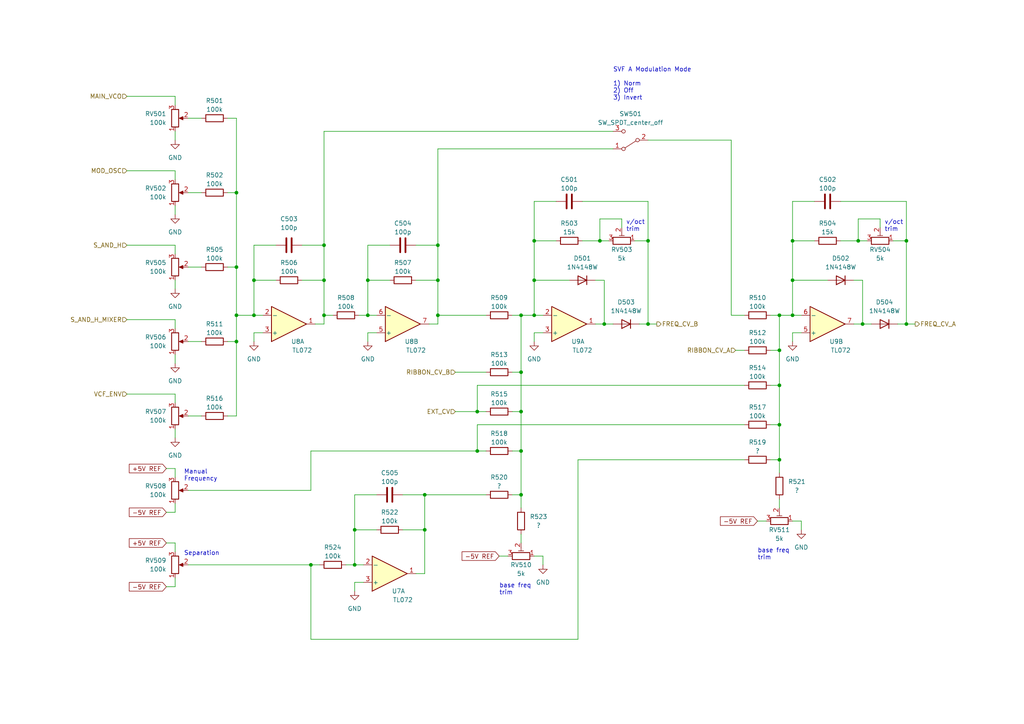
<source format=kicad_sch>
(kicad_sch (version 20211123) (generator eeschema)
  (paper "A4")
  (title_block (title "Josh Ox Ribbon Synth VCF/VCA board") (date "2022-06-16") (rev "0") (comment 1 "creativecommons.org/licenses/by/4.0/") (comment 2 "License: CC by 4.0") (comment 3 "Author: Jordan Aceto"))
  (lib_symbols
    (symbol "Amplifier_Operational:TL072" (pin_names (offset 0.127))
      (property "Reference" "U" (at 0 5.08 0))
      (property "Value" "TL072" (at 0 -5.08 0))
      (symbol "TL072_1_1"
        (polyline (pts (xy -5.08 5.08) (xy 5.08 0) (xy -5.08 -5.08) (xy -5.08 5.08)) (stroke (width 0.254)) (fill (type background)))
        (pin output line (at 7.62 0 180) (length 2.54) (name "~") (number "1"))
        (pin input line (at -7.62 -2.54 0) (length 2.54) (name "-") (number "2"))
        (pin input line (at -7.62 2.54 0) (length 2.54) (name "+") (number "3"))
      )
      (symbol "TL072_2_1"
        (polyline (pts (xy -5.08 5.08) (xy 5.08 0) (xy -5.08 -5.08) (xy -5.08 5.08)) (stroke (width 0.254)) (fill (type background)))
        (pin input line (at -7.62 2.54 0) (length 2.54) (name "+") (number "5"))
        (pin input line (at -7.62 -2.54 0) (length 2.54) (name "-") (number "6"))
        (pin output line (at 7.62 0 180) (length 2.54) (name "~") (number "7"))
      )
      (symbol "TL072_3_1"
        (pin power_in line (at -2.54 -7.62 90) (length 3.81) (name "V-") (number "4"))
        (pin power_in line (at -2.54 7.62 270) (length 3.81) (name "V+") (number "8"))
      )
    )
    (symbol "Device:C" (pin_numbers hide) (pin_names (offset 0.254))
      (property "Reference" "C" (at 0.635 2.54 0))
      (property "Value" "C" (at 0.635 -2.54 0))
      (symbol "C_0_1"
        (polyline (pts (xy -2.032 -0.762) (xy 2.032 -0.762)) (stroke (width 0.508)))
        (polyline (pts (xy -2.032 0.762) (xy 2.032 0.762)) (stroke (width 0.508)))
      )
      (symbol "C_1_1"
        (pin passive line (at 0 3.81 270) (length 2.794) (name "~") (number "1"))
        (pin passive line (at 0 -3.81 90) (length 2.794) (name "~") (number "2"))
      )
    )
    (symbol "Device:R" (pin_numbers hide) (pin_names (offset 0))
      (property "Reference" "R" (at 2.032 0 90))
      (property "Value" "R" (at 0 0 90))
      (symbol "R_0_1"
        (rectangle (start -1.016 -2.54) (end 1.016 2.54) (stroke (width 0.254)))
      )
      (symbol "R_1_1"
        (pin passive line (at 0 3.81 270) (length 1.27) (name "~") (number "1"))
        (pin passive line (at 0 -3.81 90) (length 1.27) (name "~") (number "2"))
      )
    )
    (symbol "Device:R_Potentiometer" (pin_names (offset 1.016) hide)
      (property "Reference" "RV" (at -4.445 0 90))
      (property "Value" "R_Potentiometer" (at -2.54 0 90))
      (symbol "R_Potentiometer_0_1"
        (polyline (pts (xy 2.54 0) (xy 1.524 0)))
        (polyline (pts (xy 1.143 0) (xy 2.286 0.508) (xy 2.286 -0.508) (xy 1.143 0)) (fill (type outline)))
        (rectangle (start 1.016 2.54) (end -1.016 -2.54) (stroke (width 0.254)))
      )
      (symbol "R_Potentiometer_1_1"
        (pin passive line (at 0 3.81 270) (length 1.27) (name "1") (number "1"))
        (pin passive line (at 3.81 0 180) (length 1.27) (name "2") (number "2"))
        (pin passive line (at 0 -3.81 90) (length 1.27) (name "3") (number "3"))
      )
    )
    (symbol "Device:R_Potentiometer_Trim" (pin_names (offset 1.016) hide)
      (property "Reference" "RV" (at -4.445 0 90))
      (property "Value" "R_Potentiometer_Trim" (at -2.54 0 90))
      (symbol "R_Potentiometer_Trim_0_1"
        (polyline (pts (xy 1.524 0.762) (xy 1.524 -0.762)))
        (polyline (pts (xy 2.54 0) (xy 1.524 0)))
        (rectangle (start 1.016 2.54) (end -1.016 -2.54) (stroke (width 0.254)))
      )
      (symbol "R_Potentiometer_Trim_1_1"
        (pin passive line (at 0 3.81 270) (length 1.27) (name "1") (number "1"))
        (pin passive line (at 3.81 0 180) (length 1.27) (name "2") (number "2"))
        (pin passive line (at 0 -3.81 90) (length 1.27) (name "3") (number "3"))
      )
    )
    (symbol "Diode:1N4148W" (pin_numbers hide) (pin_names (offset 1.016) hide)
      (property "Reference" "D" (at 0 2.54 0))
      (property "Value" "1N4148W" (at 0 -2.54 0))
      (symbol "1N4148W_0_1"
        (polyline (pts (xy -1.27 1.27) (xy -1.27 -1.27)) (stroke (width 0.254)))
        (polyline (pts (xy 1.27 0) (xy -1.27 0)))
        (polyline (pts (xy 1.27 1.27) (xy 1.27 -1.27) (xy -1.27 0) (xy 1.27 1.27)) (stroke (width 0.254)))
      )
      (symbol "1N4148W_1_1"
        (pin passive line (at -3.81 0 0) (length 2.54) (name "K") (number "1"))
        (pin passive line (at 3.81 0 180) (length 2.54) (name "A") (number "2"))
      )
    )
    (symbol "Switch:SW_SPDT" (pin_names (offset 0) hide)
      (property "Reference" "SW" (at 0 4.318 0))
      (property "Value" "SW_SPDT" (at 0 -5.08 0))
      (symbol "SW_SPDT_0_0"
        (circle (center -2.032 0) (radius 0.508))
        (circle (center 2.032 -2.54) (radius 0.508))
      )
      (symbol "SW_SPDT_0_1"
        (polyline (pts (xy -1.524 0.254) (xy 1.651 2.286)))
        (circle (center 2.032 2.54) (radius 0.508))
      )
      (symbol "SW_SPDT_1_1"
        (pin passive line (at 5.08 2.54 180) (length 2.54) (name "A") (number "1"))
        (pin passive line (at -5.08 0 0) (length 2.54) (name "B") (number "2"))
        (pin passive line (at 5.08 -2.54 180) (length 2.54) (name "C") (number "3"))
      )
    )
    (symbol "power:GND" (power) (pin_names (offset 0))
      (property "Value" "GND" (at 0 -3.81 0))
      (symbol "GND_0_1"
        (polyline (pts (xy 0 0) (xy 0 -1.27) (xy 1.27 -1.27) (xy 0 -2.54) (xy -1.27 -1.27) (xy 0 -1.27)))
      )
      (symbol "GND_1_1"
        (pin power_in line (at 0 0 270) (length 0) hide (name "GND") (number "1"))
      )
    )
  )
  (junction (at 250.19 93.98))
  (junction (at 68.58 91.44))
  (junction (at 151.13 119.38))
  (junction (at 187.96 69.85))
  (junction (at 93.98 81.28))
  (junction (at 226.06 133.35))
  (junction (at 187.96 93.98))
  (junction (at 226.06 91.44))
  (junction (at 175.26 93.98))
  (junction (at 229.87 81.28))
  (junction (at 102.87 163.83))
  (junction (at 68.58 55.88))
  (junction (at 226.06 101.6))
  (junction (at 123.19 153.67))
  (junction (at 127 71.12))
  (junction (at 262.89 69.85))
  (junction (at 123.19 143.51))
  (junction (at 151.13 91.44))
  (junction (at 73.66 81.28))
  (junction (at 90.17 163.83))
  (junction (at 229.87 91.44))
  (junction (at 127 91.44))
  (junction (at 151.13 143.51))
  (junction (at 68.58 77.47))
  (junction (at 154.94 69.85))
  (junction (at 73.66 91.44))
  (junction (at 102.87 153.67))
  (junction (at 106.68 81.28))
  (junction (at 93.98 71.12))
  (junction (at 138.43 130.81))
  (junction (at 127 81.28))
  (junction (at 226.06 123.19))
  (junction (at 93.98 91.44))
  (junction (at 154.94 91.44))
  (junction (at 154.94 81.28))
  (junction (at 68.58 99.06))
  (junction (at 138.43 119.38))
  (junction (at 248.92 69.85))
  (junction (at 151.13 130.81))
  (junction (at 226.06 111.76))
  (junction (at 106.68 91.44))
  (junction (at 173.99 69.85))
  (junction (at 151.13 107.95))
  (junction (at 229.87 69.85))
  (junction (at 262.89 93.98))
  (wire (pts (xy 148.59 143.51) (xy 151.13 143.51)))
  (wire (pts (xy 138.43 119.38) (xy 138.43 111.76)))
  (wire (pts (xy 229.87 81.28) (xy 240.03 81.28)))
  (wire (pts (xy 175.26 81.28) (xy 172.72 81.28)))
  (wire (pts (xy 109.22 91.44) (xy 106.68 91.44)))
  (wire (pts (xy 109.22 143.51) (xy 102.87 143.51)))
  (wire (pts (xy 50.8 135.89) (xy 50.8 138.43)))
  (wire (pts (xy 151.13 91.44) (xy 151.13 107.95)))
  (wire (pts (xy 50.8 127) (xy 50.8 124.46)))
  (wire (pts (xy 138.43 111.76) (xy 215.9 111.76)))
  (wire (pts (xy 90.17 142.24) (xy 90.17 130.81)))
  (wire (pts (xy 248.92 63.5) (xy 248.92 69.85)))
  (wire (pts (xy 157.48 163.83) (xy 157.48 161.29)))
  (wire (pts (xy 262.89 93.98) (xy 262.89 69.85)))
  (wire (pts (xy 90.17 185.42) (xy 167.64 185.42)))
  (wire (pts (xy 154.94 58.42) (xy 154.94 69.85)))
  (wire (pts (xy 36.83 71.12) (xy 50.8 71.12)))
  (wire (pts (xy 93.98 91.44) (xy 93.98 81.28)))
  (wire (pts (xy 124.46 93.98) (xy 127 93.98)))
  (wire (pts (xy 223.52 111.76) (xy 226.06 111.76)))
  (wire (pts (xy 73.66 71.12) (xy 73.66 81.28)))
  (wire (pts (xy 50.8 105.41) (xy 50.8 102.87)))
  (wire (pts (xy 50.8 49.53) (xy 50.8 52.07)))
  (wire (pts (xy 138.43 123.19) (xy 215.9 123.19)))
  (wire (pts (xy 73.66 96.52) (xy 76.2 96.52)))
  (wire (pts (xy 248.92 69.85) (xy 243.84 69.85)))
  (wire (pts (xy 48.26 157.48) (xy 50.8 157.48)))
  (wire (pts (xy 54.61 120.65) (xy 58.42 120.65)))
  (wire (pts (xy 173.99 63.5) (xy 173.99 69.85)))
  (wire (pts (xy 50.8 62.23) (xy 50.8 59.69)))
  (wire (pts (xy 113.03 71.12) (xy 106.68 71.12)))
  (wire (pts (xy 175.26 93.98) (xy 175.26 81.28)))
  (wire (pts (xy 50.8 157.48) (xy 50.8 160.02)))
  (wire (pts (xy 229.87 96.52) (xy 232.41 96.52)))
  (wire (pts (xy 168.91 58.42) (xy 187.96 58.42)))
  (wire (pts (xy 226.06 101.6) (xy 226.06 111.76)))
  (wire (pts (xy 236.22 58.42) (xy 229.87 58.42)))
  (wire (pts (xy 93.98 81.28) (xy 87.63 81.28)))
  (wire (pts (xy 177.8 43.18) (xy 127 43.18)))
  (wire (pts (xy 104.14 91.44) (xy 106.68 91.44)))
  (wire (pts (xy 54.61 34.29) (xy 58.42 34.29)))
  (wire (pts (xy 226.06 91.44) (xy 229.87 91.44)))
  (wire (pts (xy 177.8 38.1) (xy 93.98 38.1)))
  (wire (pts (xy 255.27 66.04) (xy 255.27 63.5)))
  (wire (pts (xy 50.8 71.12) (xy 50.8 73.66)))
  (wire (pts (xy 262.89 69.85) (xy 259.08 69.85)))
  (wire (pts (xy 232.41 153.67) (xy 232.41 151.13)))
  (wire (pts (xy 76.2 91.44) (xy 73.66 91.44)))
  (wire (pts (xy 127 91.44) (xy 127 81.28)))
  (wire (pts (xy 48.26 170.18) (xy 50.8 170.18)))
  (wire (pts (xy 173.99 69.85) (xy 168.91 69.85)))
  (wire (pts (xy 232.41 91.44) (xy 229.87 91.44)))
  (wire (pts (xy 50.8 170.18) (xy 50.8 167.64)))
  (wire (pts (xy 226.06 91.44) (xy 223.52 91.44)))
  (wire (pts (xy 180.34 66.04) (xy 180.34 63.5)))
  (wire (pts (xy 66.04 120.65) (xy 68.58 120.65)))
  (wire (pts (xy 50.8 83.82) (xy 50.8 81.28)))
  (wire (pts (xy 106.68 71.12) (xy 106.68 81.28)))
  (wire (pts (xy 66.04 99.06) (xy 68.58 99.06)))
  (wire (pts (xy 123.19 153.67) (xy 116.84 153.67)))
  (wire (pts (xy 229.87 81.28) (xy 229.87 91.44)))
  (wire (pts (xy 187.96 93.98) (xy 187.96 69.85)))
  (wire (pts (xy 250.19 81.28) (xy 247.65 81.28)))
  (wire (pts (xy 226.06 123.19) (xy 226.06 133.35)))
  (wire (pts (xy 154.94 69.85) (xy 161.29 69.85)))
  (wire (pts (xy 102.87 168.91) (xy 105.41 168.91)))
  (wire (pts (xy 229.87 69.85) (xy 229.87 81.28)))
  (wire (pts (xy 73.66 99.06) (xy 73.66 96.52)))
  (wire (pts (xy 54.61 142.24) (xy 90.17 142.24)))
  (wire (pts (xy 175.26 93.98) (xy 177.8 93.98)))
  (wire (pts (xy 226.06 133.35) (xy 226.06 137.16)))
  (wire (pts (xy 243.84 58.42) (xy 262.89 58.42)))
  (wire (pts (xy 127 93.98) (xy 127 91.44)))
  (wire (pts (xy 102.87 171.45) (xy 102.87 168.91)))
  (wire (pts (xy 120.65 166.37) (xy 123.19 166.37)))
  (wire (pts (xy 90.17 163.83) (xy 92.71 163.83)))
  (wire (pts (xy 229.87 99.06) (xy 229.87 96.52)))
  (wire (pts (xy 172.72 93.98) (xy 175.26 93.98)))
  (wire (pts (xy 102.87 163.83) (xy 102.87 153.67)))
  (wire (pts (xy 48.26 148.59) (xy 50.8 148.59)))
  (wire (pts (xy 87.63 71.12) (xy 93.98 71.12)))
  (wire (pts (xy 132.08 119.38) (xy 138.43 119.38)))
  (wire (pts (xy 154.94 69.85) (xy 154.94 81.28)))
  (wire (pts (xy 91.44 93.98) (xy 93.98 93.98)))
  (wire (pts (xy 185.42 93.98) (xy 187.96 93.98)))
  (wire (pts (xy 262.89 58.42) (xy 262.89 69.85)))
  (wire (pts (xy 93.98 91.44) (xy 96.52 91.44)))
  (wire (pts (xy 90.17 163.83) (xy 90.17 185.42)))
  (wire (pts (xy 151.13 91.44) (xy 148.59 91.44)))
  (wire (pts (xy 215.9 91.44) (xy 212.09 91.44)))
  (wire (pts (xy 106.68 91.44) (xy 106.68 81.28)))
  (wire (pts (xy 106.68 96.52) (xy 109.22 96.52)))
  (wire (pts (xy 148.59 119.38) (xy 151.13 119.38)))
  (wire (pts (xy 127 43.18) (xy 127 71.12)))
  (wire (pts (xy 167.64 185.42) (xy 167.64 133.35)))
  (wire (pts (xy 223.52 133.35) (xy 226.06 133.35)))
  (wire (pts (xy 212.09 91.44) (xy 212.09 40.64)))
  (wire (pts (xy 106.68 99.06) (xy 106.68 96.52)))
  (wire (pts (xy 66.04 55.88) (xy 68.58 55.88)))
  (wire (pts (xy 255.27 63.5) (xy 248.92 63.5)))
  (wire (pts (xy 127 71.12) (xy 127 81.28)))
  (wire (pts (xy 151.13 119.38) (xy 151.13 130.81)))
  (wire (pts (xy 127 91.44) (xy 140.97 91.44)))
  (wire (pts (xy 68.58 34.29) (xy 66.04 34.29)))
  (wire (pts (xy 105.41 163.83) (xy 102.87 163.83)))
  (wire (pts (xy 187.96 69.85) (xy 184.15 69.85)))
  (wire (pts (xy 93.98 38.1) (xy 93.98 71.12)))
  (wire (pts (xy 232.41 151.13) (xy 229.87 151.13)))
  (wire (pts (xy 180.34 63.5) (xy 173.99 63.5)))
  (wire (pts (xy 151.13 91.44) (xy 154.94 91.44)))
  (wire (pts (xy 54.61 99.06) (xy 58.42 99.06)))
  (wire (pts (xy 93.98 71.12) (xy 93.98 81.28)))
  (wire (pts (xy 50.8 40.64) (xy 50.8 38.1)))
  (wire (pts (xy 148.59 107.95) (xy 151.13 107.95)))
  (wire (pts (xy 132.08 107.95) (xy 140.97 107.95)))
  (wire (pts (xy 151.13 154.94) (xy 151.13 157.48)))
  (wire (pts (xy 48.26 135.89) (xy 50.8 135.89)))
  (wire (pts (xy 154.94 81.28) (xy 165.1 81.28)))
  (wire (pts (xy 148.59 130.81) (xy 151.13 130.81)))
  (wire (pts (xy 223.52 101.6) (xy 226.06 101.6)))
  (wire (pts (xy 226.06 144.78) (xy 226.06 147.32)))
  (wire (pts (xy 151.13 130.81) (xy 151.13 143.51)))
  (wire (pts (xy 229.87 58.42) (xy 229.87 69.85)))
  (wire (pts (xy 68.58 120.65) (xy 68.58 99.06)))
  (wire (pts (xy 226.06 91.44) (xy 226.06 101.6)))
  (wire (pts (xy 36.83 49.53) (xy 50.8 49.53)))
  (wire (pts (xy 54.61 77.47) (xy 58.42 77.47)))
  (wire (pts (xy 102.87 153.67) (xy 109.22 153.67)))
  (wire (pts (xy 36.83 114.3) (xy 50.8 114.3)))
  (wire (pts (xy 73.66 91.44) (xy 73.66 81.28)))
  (wire (pts (xy 138.43 130.81) (xy 138.43 123.19)))
  (wire (pts (xy 223.52 123.19) (xy 226.06 123.19)))
  (wire (pts (xy 116.84 143.51) (xy 123.19 143.51)))
  (wire (pts (xy 68.58 91.44) (xy 73.66 91.44)))
  (wire (pts (xy 226.06 111.76) (xy 226.06 123.19)))
  (wire (pts (xy 50.8 92.71) (xy 50.8 95.25)))
  (wire (pts (xy 161.29 58.42) (xy 154.94 58.42)))
  (wire (pts (xy 138.43 119.38) (xy 140.97 119.38)))
  (wire (pts (xy 247.65 93.98) (xy 250.19 93.98)))
  (wire (pts (xy 50.8 114.3) (xy 50.8 116.84)))
  (wire (pts (xy 120.65 71.12) (xy 127 71.12)))
  (wire (pts (xy 123.19 143.51) (xy 140.97 143.51)))
  (wire (pts (xy 157.48 91.44) (xy 154.94 91.44)))
  (wire (pts (xy 90.17 130.81) (xy 138.43 130.81)))
  (wire (pts (xy 154.94 96.52) (xy 157.48 96.52)))
  (wire (pts (xy 127 81.28) (xy 120.65 81.28)))
  (wire (pts (xy 100.33 163.83) (xy 102.87 163.83)))
  (wire (pts (xy 213.36 101.6) (xy 215.9 101.6)))
  (wire (pts (xy 73.66 81.28) (xy 80.01 81.28)))
  (wire (pts (xy 68.58 55.88) (xy 68.58 34.29)))
  (wire (pts (xy 54.61 55.88) (xy 58.42 55.88)))
  (wire (pts (xy 212.09 40.64) (xy 187.96 40.64)))
  (wire (pts (xy 36.83 92.71) (xy 50.8 92.71)))
  (wire (pts (xy 262.89 93.98) (xy 265.43 93.98)))
  (wire (pts (xy 219.71 151.13) (xy 222.25 151.13)))
  (wire (pts (xy 154.94 81.28) (xy 154.94 91.44)))
  (wire (pts (xy 80.01 71.12) (xy 73.66 71.12)))
  (wire (pts (xy 250.19 93.98) (xy 252.73 93.98)))
  (wire (pts (xy 123.19 143.51) (xy 123.19 153.67)))
  (wire (pts (xy 176.53 69.85) (xy 173.99 69.85)))
  (wire (pts (xy 151.13 143.51) (xy 151.13 147.32)))
  (wire (pts (xy 187.96 93.98) (xy 190.5 93.98)))
  (wire (pts (xy 66.04 77.47) (xy 68.58 77.47)))
  (wire (pts (xy 154.94 99.06) (xy 154.94 96.52)))
  (wire (pts (xy 106.68 81.28) (xy 113.03 81.28)))
  (wire (pts (xy 68.58 77.47) (xy 68.58 91.44)))
  (wire (pts (xy 144.78 161.29) (xy 147.32 161.29)))
  (wire (pts (xy 187.96 58.42) (xy 187.96 69.85)))
  (wire (pts (xy 157.48 161.29) (xy 154.94 161.29)))
  (wire (pts (xy 50.8 148.59) (xy 50.8 146.05)))
  (wire (pts (xy 54.61 163.83) (xy 90.17 163.83)))
  (wire (pts (xy 260.35 93.98) (xy 262.89 93.98)))
  (wire (pts (xy 123.19 153.67) (xy 123.19 166.37)))
  (wire (pts (xy 138.43 130.81) (xy 140.97 130.81)))
  (wire (pts (xy 50.8 27.94) (xy 50.8 30.48)))
  (wire (pts (xy 102.87 143.51) (xy 102.87 153.67)))
  (wire (pts (xy 36.83 27.94) (xy 50.8 27.94)))
  (wire (pts (xy 151.13 107.95) (xy 151.13 119.38)))
  (wire (pts (xy 251.46 69.85) (xy 248.92 69.85)))
  (wire (pts (xy 167.64 133.35) (xy 215.9 133.35)))
  (wire (pts (xy 68.58 91.44) (xy 68.58 99.06)))
  (wire (pts (xy 93.98 93.98) (xy 93.98 91.44)))
  (wire (pts (xy 250.19 93.98) (xy 250.19 81.28)))
  (wire (pts (xy 68.58 77.47) (xy 68.58 55.88)))
  (wire (pts (xy 229.87 69.85) (xy 236.22 69.85)))
  (text "Manual \nFrequency" (at 53.34 139.7 0) (effects (font (size 1.27 1.27)) (justify left bottom)))
  (text "SVF A Modulation Mode\n\n1) Norm\n2) Off\n3) Invert" (at 177.8 29.21 0) (effects (font (size 1.27 1.27)) (justify left bottom)))
  (text "Separation" (at 53.34 161.29 0) (effects (font (size 1.27 1.27)) (justify left bottom)))
  (text "base freq\ntrim" (at 144.78 172.72 0) (effects (font (size 1.27 1.27)) (justify left bottom)))
  (text "base freq\ntrim" (at 219.71 162.56 0) (effects (font (size 1.27 1.27)) (justify left bottom)))
  (text "v/oct \ntrim" (at 256.54 67.31 0) (effects (font (size 1.27 1.27)) (justify left bottom)))
  (text "v/oct \ntrim" (at 181.61 67.31 0) (effects (font (size 1.27 1.27)) (justify left bottom)))
  (global_label "-5V REF" (shape input) (at 48.26 148.59 180) (property "Intersheet References" "${INTERSHEET_REFS}" (effects hide)))
  (global_label "-5V REF" (shape input) (at 48.26 170.18 180) (property "Intersheet References" "${INTERSHEET_REFS}" (effects hide)))
  (global_label "-5V REF" (shape input) (at 144.78 161.29 180) (property "Intersheet References" "${INTERSHEET_REFS}" (effects hide)))
  (global_label "+5V REF" (shape input) (at 48.26 157.48 180) (property "Intersheet References" "${INTERSHEET_REFS}" (effects hide)))
  (global_label "-5V REF" (shape input) (at 219.71 151.13 180) (property "Intersheet References" "${INTERSHEET_REFS}" (effects hide)))
  (global_label "+5V REF" (shape input) (at 48.26 135.89 180) (property "Intersheet References" "${INTERSHEET_REFS}" (effects hide)))
  (hierarchical_label "RIBBON_CV_A" (shape input) (at 213.36 101.6 180))
  (hierarchical_label "EXT_CV" (shape input) (at 132.08 119.38 180))
  (hierarchical_label "VCF_ENV" (shape input) (at 36.83 114.3 180))
  (hierarchical_label "MAIN_VCO" (shape input) (at 36.83 27.94 180))
  (hierarchical_label "FREQ_CV_A" (shape output) (at 265.43 93.98 0))
  (hierarchical_label "S_AND_H_MIXER" (shape input) (at 36.83 92.71 180))
  (hierarchical_label "MOD_OSC" (shape input) (at 36.83 49.53 180))
  (hierarchical_label "S_AND_H" (shape input) (at 36.83 71.12 180))
  (hierarchical_label "RIBBON_CV_B" (shape input) (at 132.08 107.95 180))
  (hierarchical_label "FREQ_CV_B" (shape output) (at 190.5 93.98 0))
  (symbol (lib_id "power:GND") (at 229.87 99.06 0) (unit 1)
    (property "Reference" "#PWR0407" (effects hide))
    (property "Value" "GND" (at 229.87 104.14 0))
  )
  (symbol (lib_id "Device:C") (at 116.84 71.12 90) (unit 1)
    (property "Reference" "C504" (at 116.84 64.77 90))
    (property "Value" "100p" (at 116.84 67.31 90))
    (property "Footprint" "Capacitor_SMD:C_0805_2012Metric" (effects hide))
  )
  (symbol (lib_id "Device:C") (at 83.82 71.12 90) (unit 1)
    (property "Reference" "C503" (at 83.82 63.5 90))
    (property "Value" "100p" (at 83.82 66.04 90))
    (property "Footprint" "Capacitor_SMD:C_0805_2012Metric" (effects hide))
  )
  (symbol (lib_id "power:GND") (at 50.8 105.41 0) (unit 1)
    (property "Reference" "#PWR0408" (effects hide))
    (property "Value" "GND" (at 50.8 110.49 0))
  )
  (symbol (lib_id "power:GND") (at 50.8 127 0) (unit 1)
    (property "Reference" "#PWR0409" (effects hide))
    (property "Value" "GND" (at 50.8 132.08 0))
  )
  (symbol (lib_id "Device:C") (at 240.03 58.42 90) (unit 1)
    (property "Reference" "C502" (at 240.03 52.07 90))
    (property "Value" "100p" (at 240.03 54.61 90))
    (property "Footprint" "Capacitor_SMD:C_0805_2012Metric" (effects hide))
  )
  (symbol (lib_id "Device:R") (at 165.1 69.85 90) (unit 1)
    (property "Reference" "R503" (at 165.1 64.77 90))
    (property "Value" "15k" (at 165.1 67.31 90))
    (property "Footprint" "Resistor_SMD:R_0805_2012Metric" (effects hide))
  )
  (symbol (lib_id "Device:R") (at 62.23 34.29 90) (unit 1)
    (property "Reference" "R501" (at 62.23 29.21 90))
    (property "Value" "100k" (at 62.23 31.75 90))
    (property "Footprint" "Resistor_SMD:R_0805_2012Metric" (effects hide))
  )
  (symbol (lib_id "Device:R") (at 219.71 133.35 90) (unit 1)
    (property "Reference" "R519" (at 219.71 128.27 90))
    (property "Value" "?" (at 219.71 130.81 90))
    (property "Footprint" "Resistor_SMD:R_0805_2012Metric" (effects hide))
  )
  (symbol (lib_id "Device:R_Potentiometer") (at 50.8 163.83 0) (mirror x) (unit 1)
    (property "Reference" "RV509" (at 48.26 162.5599 0) (effects (justify right)))
    (property "Value" "100k" (at 48.26 165.0999 0) (effects (justify right)))
    (property "Footprint" "Potentiometer_THT:Potentiometer_Alpha_RD901F-40-00D_Single_Vertical" (effects hide))
  )
  (symbol (lib_id "Device:R_Potentiometer") (at 50.8 99.06 0) (mirror x) (unit 1)
    (property "Reference" "RV506" (at 48.26 97.7899 0) (effects (justify right)))
    (property "Value" "100k" (at 48.26 100.3299 0) (effects (justify right)))
    (property "Footprint" "Potentiometer_THT:Potentiometer_Alpha_RD901F-40-00D_Single_Vertical" (effects hide))
  )
  (symbol (lib_id "Device:R") (at 62.23 99.06 90) (unit 1)
    (property "Reference" "R511" (at 62.23 93.98 90))
    (property "Value" "100k" (at 62.23 96.52 90))
    (property "Footprint" "Resistor_SMD:R_0805_2012Metric" (effects hide))
  )
  (symbol (lib_id "power:GND") (at 50.8 62.23 0) (unit 1)
    (property "Reference" "#PWR0402" (effects hide))
    (property "Value" "GND" (at 50.8 67.31 0))
  )
  (symbol (lib_id "Amplifier_Operational:TL072") (at 165.1 93.98 0) (mirror x) (unit 1)
    (property "Reference" "U9" (at 167.64 99.06 0))
    (property "Value" "TL072" (at 168.91 101.6 0))
    (property "Footprint" "Package_SO:SO-8_5.3x6.2mm_P1.27mm" (effects hide))
    (property "Datasheet" "http://www.ti.com/lit/ds/symlink/tl071.pdf" (effects hide))
  )
  (symbol (lib_id "Amplifier_Operational:TL072") (at 83.82 93.98 0) (mirror x) (unit 1)
    (property "Reference" "U8" (at 86.36 99.06 0))
    (property "Value" "TL072" (at 87.63 101.6 0))
    (property "Footprint" "Package_SO:SO-8_5.3x6.2mm_P1.27mm" (effects hide))
    (property "Datasheet" "http://www.ti.com/lit/ds/symlink/tl071.pdf" (effects hide))
  )
  (symbol (lib_id "Device:R_Potentiometer") (at 50.8 34.29 0) (mirror x) (unit 1)
    (property "Reference" "RV501" (at 48.26 33.0199 0) (effects (justify right)))
    (property "Value" "100k" (at 48.26 35.5599 0) (effects (justify right)))
    (property "Footprint" "Potentiometer_THT:Potentiometer_Alpha_RD901F-40-00D_Single_Vertical" (effects hide))
  )
  (symbol (lib_id "Device:R") (at 113.03 153.67 90) (unit 1)
    (property "Reference" "R522" (at 113.03 148.59 90))
    (property "Value" "100k" (at 113.03 151.13 90))
    (property "Footprint" "Resistor_SMD:R_0805_2012Metric" (effects hide))
  )
  (symbol (lib_id "Device:R") (at 62.23 77.47 90) (unit 1)
    (property "Reference" "R505" (at 62.23 72.39 90))
    (property "Value" "100k" (at 62.23 74.93 90))
    (property "Footprint" "Resistor_SMD:R_0805_2012Metric" (effects hide))
  )
  (symbol (lib_id "Device:R") (at 219.71 123.19 90) (unit 1)
    (property "Reference" "R517" (at 219.71 118.11 90))
    (property "Value" "100k" (at 219.71 120.65 90))
    (property "Footprint" "Resistor_SMD:R_0805_2012Metric" (effects hide))
  )
  (symbol (lib_id "Diode:1N4148W") (at 168.91 81.28 180) (unit 1)
    (property "Reference" "D501" (at 168.91 74.93 0))
    (property "Value" "1N4148W" (at 168.91 77.47 0))
    (property "Footprint" "Diode_SMD:D_SOD-123" (effects hide))
    (property "Datasheet" "https://www.vishay.com/docs/85748/1n4148w.pdf" (effects hide))
  )
  (symbol (lib_id "power:GND") (at 50.8 40.64 0) (unit 1)
    (property "Reference" "#PWR0401" (effects hide))
    (property "Value" "GND" (at 50.8 45.72 0))
  )
  (symbol (lib_id "Device:R_Potentiometer_Trim") (at 151.13 161.29 270) (mirror x) (unit 1)
    (property "Reference" "RV510" (at 151.13 163.83 90))
    (property "Value" "5k" (at 151.13 166.37 90))
    (property "Footprint" "Potentiometer_THT:Potentiometer_Bourns_3296W_Vertical" (effects hide))
  )
  (symbol (lib_id "Device:C") (at 113.03 143.51 90) (unit 1)
    (property "Reference" "C505" (at 113.03 137.16 90))
    (property "Value" "100p" (at 113.03 139.7 90))
    (property "Footprint" "Capacitor_SMD:C_0805_2012Metric" (effects hide))
  )
  (symbol (lib_id "Device:R") (at 151.13 151.13 180) (unit 1)
    (property "Reference" "R523" (at 156.21 149.86 0))
    (property "Value" "?" (at 156.21 152.4 0))
    (property "Footprint" "Resistor_SMD:R_0805_2012Metric" (effects hide))
  )
  (symbol (lib_id "Device:R") (at 144.78 130.81 90) (unit 1)
    (property "Reference" "R518" (at 144.78 125.73 90))
    (property "Value" "100k" (at 144.78 128.27 90))
    (property "Footprint" "Resistor_SMD:R_0805_2012Metric" (effects hide))
  )
  (symbol (lib_id "Device:R") (at 219.71 111.76 90) (unit 1)
    (property "Reference" "R514" (at 219.71 106.68 90))
    (property "Value" "100k" (at 219.71 109.22 90))
    (property "Footprint" "Resistor_SMD:R_0805_2012Metric" (effects hide))
  )
  (symbol (lib_id "Device:R") (at 116.84 81.28 90) (unit 1)
    (property "Reference" "R507" (at 116.84 76.2 90))
    (property "Value" "100k" (at 116.84 78.74 90))
    (property "Footprint" "Resistor_SMD:R_0805_2012Metric" (effects hide))
  )
  (symbol (lib_id "power:GND") (at 106.68 99.06 0) (unit 1)
    (property "Reference" "#PWR0405" (effects hide))
    (property "Value" "GND" (at 106.68 104.14 0))
  )
  (symbol (lib_id "Switch:SW_SPDT") (at 182.88 40.64 180) (unit 1)
    (property "Reference" "SW501" (at 182.88 33.02 0))
    (property "Value" "SW_SPDT_center_off" (at 182.88 35.56 0))
    (property "Footprint" "custom_footprints:SPDT_mini_toggle" (effects hide))
  )
  (symbol (lib_id "Diode:1N4148W") (at 256.54 93.98 180) (unit 1)
    (property "Reference" "D504" (at 256.54 87.63 0))
    (property "Value" "1N4148W" (at 256.54 90.17 0))
    (property "Footprint" "Diode_SMD:D_SOD-123" (effects hide))
    (property "Datasheet" "https://www.vishay.com/docs/85748/1n4148w.pdf" (effects hide))
  )
  (symbol (lib_id "Device:R") (at 226.06 140.97 180) (unit 1)
    (property "Reference" "R521" (at 231.14 139.7 0))
    (property "Value" "?" (at 231.14 142.24 0))
    (property "Footprint" "Resistor_SMD:R_0805_2012Metric" (effects hide))
  )
  (symbol (lib_id "Device:R_Potentiometer") (at 50.8 120.65 0) (mirror x) (unit 1)
    (property "Reference" "RV507" (at 48.26 119.3799 0) (effects (justify right)))
    (property "Value" "100k" (at 48.26 121.9199 0) (effects (justify right)))
    (property "Footprint" "Potentiometer_THT:Potentiometer_Alpha_RD901F-40-00D_Single_Vertical" (effects hide))
  )
  (symbol (lib_id "Device:R") (at 144.78 107.95 90) (unit 1)
    (property "Reference" "R513" (at 144.78 102.87 90))
    (property "Value" "100k" (at 144.78 105.41 90))
    (property "Footprint" "Resistor_SMD:R_0805_2012Metric" (effects hide))
  )
  (symbol (lib_id "Device:R") (at 83.82 81.28 90) (unit 1)
    (property "Reference" "R506" (at 83.82 76.2 90))
    (property "Value" "100k" (at 83.82 78.74 90))
    (property "Footprint" "Resistor_SMD:R_0805_2012Metric" (effects hide))
  )
  (symbol (lib_id "Amplifier_Operational:TL072") (at 116.84 93.98 0) (mirror x) (unit 2)
    (property "Reference" "U8" (at 119.38 99.06 0))
    (property "Value" "TL072" (at 120.65 101.6 0))
    (property "Footprint" "Package_SO:SO-8_5.3x6.2mm_P1.27mm" (effects hide))
    (property "Datasheet" "http://www.ti.com/lit/ds/symlink/tl071.pdf" (effects hide))
  )
  (symbol (lib_id "Device:R") (at 144.78 119.38 90) (unit 1)
    (property "Reference" "R515" (at 144.78 114.3 90))
    (property "Value" "100k" (at 144.78 116.84 90))
    (property "Footprint" "Resistor_SMD:R_0805_2012Metric" (effects hide))
  )
  (symbol (lib_id "power:GND") (at 102.87 171.45 0) (unit 1)
    (property "Reference" "#PWR0410" (effects hide))
    (property "Value" "GND" (at 102.87 176.53 0))
  )
  (symbol (lib_id "Device:R_Potentiometer") (at 50.8 55.88 0) (mirror x) (unit 1)
    (property "Reference" "RV502" (at 48.26 54.6099 0) (effects (justify right)))
    (property "Value" "100k" (at 48.26 57.1499 0) (effects (justify right)))
    (property "Footprint" "Potentiometer_THT:Potentiometer_Alpha_RD901F-40-00D_Single_Vertical" (effects hide))
  )
  (symbol (lib_id "Device:R") (at 100.33 91.44 90) (unit 1)
    (property "Reference" "R508" (at 100.33 86.36 90))
    (property "Value" "100k" (at 100.33 88.9 90))
    (property "Footprint" "Resistor_SMD:R_0805_2012Metric" (effects hide))
  )
  (symbol (lib_id "Device:R") (at 144.78 143.51 90) (unit 1)
    (property "Reference" "R520" (at 144.78 138.43 90))
    (property "Value" "?" (at 144.78 140.97 90))
    (property "Footprint" "Resistor_SMD:R_0805_2012Metric" (effects hide))
  )
  (symbol (lib_id "Device:R_Potentiometer_Trim") (at 226.06 151.13 270) (mirror x) (unit 1)
    (property "Reference" "RV511" (at 226.06 153.67 90))
    (property "Value" "5k" (at 226.06 156.21 90))
    (property "Footprint" "Potentiometer_THT:Potentiometer_Bourns_3296W_Vertical" (effects hide))
  )
  (symbol (lib_id "Device:R") (at 144.78 91.44 90) (unit 1)
    (property "Reference" "R509" (at 144.78 86.36 90))
    (property "Value" "100k" (at 144.78 88.9 90))
    (property "Footprint" "Resistor_SMD:R_0805_2012Metric" (effects hide))
  )
  (symbol (lib_id "power:GND") (at 157.48 163.83 0) (mirror y) (unit 1)
    (property "Reference" "#PWR0411" (effects hide))
    (property "Value" "GND" (at 157.48 168.91 0))
  )
  (symbol (lib_id "Device:R") (at 219.71 101.6 90) (unit 1)
    (property "Reference" "R512" (at 219.71 96.52 90))
    (property "Value" "100k" (at 219.71 99.06 90))
    (property "Footprint" "Resistor_SMD:R_0805_2012Metric" (effects hide))
  )
  (symbol (lib_id "Device:R") (at 62.23 120.65 90) (unit 1)
    (property "Reference" "R516" (at 62.23 115.57 90))
    (property "Value" "100k" (at 62.23 118.11 90))
    (property "Footprint" "Resistor_SMD:R_0805_2012Metric" (effects hide))
  )
  (symbol (lib_id "Diode:1N4148W") (at 243.84 81.28 180) (unit 1)
    (property "Reference" "D502" (at 243.84 74.93 0))
    (property "Value" "1N4148W" (at 243.84 77.47 0))
    (property "Footprint" "Diode_SMD:D_SOD-123" (effects hide))
    (property "Datasheet" "https://www.vishay.com/docs/85748/1n4148w.pdf" (effects hide))
  )
  (symbol (lib_id "Device:R") (at 96.52 163.83 90) (unit 1)
    (property "Reference" "R524" (at 96.52 158.75 90))
    (property "Value" "100k" (at 96.52 161.29 90))
    (property "Footprint" "Resistor_SMD:R_0805_2012Metric" (effects hide))
  )
  (symbol (lib_id "power:GND") (at 154.94 99.06 0) (unit 1)
    (property "Reference" "#PWR0406" (effects hide))
    (property "Value" "GND" (at 154.94 104.14 0))
  )
  (symbol (lib_id "Diode:1N4148W") (at 181.61 93.98 180) (unit 1)
    (property "Reference" "D503" (at 181.61 87.63 0))
    (property "Value" "1N4148W" (at 181.61 90.17 0))
    (property "Footprint" "Diode_SMD:D_SOD-123" (effects hide))
    (property "Datasheet" "https://www.vishay.com/docs/85748/1n4148w.pdf" (effects hide))
  )
  (symbol (lib_id "Device:R_Potentiometer_Trim") (at 180.34 69.85 270) (mirror x) (unit 1)
    (property "Reference" "RV503" (at 180.34 72.39 90))
    (property "Value" "5k" (at 180.34 74.93 90))
    (property "Footprint" "Potentiometer_THT:Potentiometer_Bourns_3296W_Vertical" (effects hide))
  )
  (symbol (lib_id "power:GND") (at 73.66 99.06 0) (unit 1)
    (property "Reference" "#PWR0404" (effects hide))
    (property "Value" "GND" (at 73.66 104.14 0))
  )
  (symbol (lib_id "Device:R_Potentiometer") (at 50.8 142.24 0) (mirror x) (unit 1)
    (property "Reference" "RV508" (at 48.26 140.9699 0) (effects (justify right)))
    (property "Value" "100k" (at 48.26 143.5099 0) (effects (justify right)))
    (property "Footprint" "Potentiometer_THT:Potentiometer_Alpha_RD901F-40-00D_Single_Vertical" (effects hide))
  )
  (symbol (lib_id "Device:R") (at 219.71 91.44 90) (unit 1)
    (property "Reference" "R510" (at 219.71 86.36 90))
    (property "Value" "100k" (at 219.71 88.9 90))
    (property "Footprint" "Resistor_SMD:R_0805_2012Metric" (effects hide))
  )
  (symbol (lib_id "Device:R") (at 240.03 69.85 90) (unit 1)
    (property "Reference" "R504" (at 240.03 64.77 90))
    (property "Value" "15k" (at 240.03 67.31 90))
    (property "Footprint" "Resistor_SMD:R_0805_2012Metric" (effects hide))
  )
  (symbol (lib_id "Device:R_Potentiometer_Trim") (at 255.27 69.85 270) (mirror x) (unit 1)
    (property "Reference" "RV504" (at 255.27 72.39 90))
    (property "Value" "5k" (at 255.27 74.93 90))
    (property "Footprint" "Potentiometer_THT:Potentiometer_Bourns_3296W_Vertical" (effects hide))
  )
  (symbol (lib_id "Amplifier_Operational:TL072") (at 113.03 166.37 0) (mirror x) (unit 1)
    (property "Reference" "U7" (at 115.57 171.45 0))
    (property "Value" "TL072" (at 116.84 173.99 0))
    (property "Footprint" "Package_SO:SO-8_5.3x6.2mm_P1.27mm" (effects hide))
    (property "Datasheet" "http://www.ti.com/lit/ds/symlink/tl071.pdf" (effects hide))
  )
  (symbol (lib_id "Device:R") (at 62.23 55.88 90) (unit 1)
    (property "Reference" "R502" (at 62.23 50.8 90))
    (property "Value" "100k" (at 62.23 53.34 90))
    (property "Footprint" "Resistor_SMD:R_0805_2012Metric" (effects hide))
  )
  (symbol (lib_id "power:GND") (at 232.41 153.67 0) (mirror y) (unit 1)
    (property "Reference" "#PWR0412" (effects hide))
    (property "Value" "GND" (at 232.41 158.75 0))
  )
  (symbol (lib_id "power:GND") (at 50.8 83.82 0) (unit 1)
    (property "Reference" "#PWR0403" (effects hide))
    (property "Value" "GND" (at 50.8 88.9 0))
  )
  (symbol (lib_id "Amplifier_Operational:TL072") (at 240.03 93.98 0) (mirror x) (unit 2)
    (property "Reference" "U9" (at 242.57 99.06 0))
    (property "Value" "TL072" (at 243.84 101.6 0))
    (property "Footprint" "Package_SO:SO-8_5.3x6.2mm_P1.27mm" (effects hide))
    (property "Datasheet" "http://www.ti.com/lit/ds/symlink/tl071.pdf" (effects hide))
  )
  (symbol (lib_id "Device:R_Potentiometer") (at 50.8 77.47 0) (mirror x) (unit 1)
    (property "Reference" "RV505" (at 48.26 76.1999 0) (effects (justify right)))
    (property "Value" "100k" (at 48.26 78.7399 0) (effects (justify right)))
    (property "Footprint" "Potentiometer_THT:Potentiometer_Alpha_RD901F-40-00D_Single_Vertical" (effects hide))
  )
  (symbol (lib_id "Device:C") (at 165.1 58.42 90) (unit 1)
    (property "Reference" "C501" (at 165.1 52.07 90))
    (property "Value" "100p" (at 165.1 54.61 90))
    (property "Footprint" "Capacitor_SMD:C_0805_2012Metric" (effects hide))
  )
)
</source>
